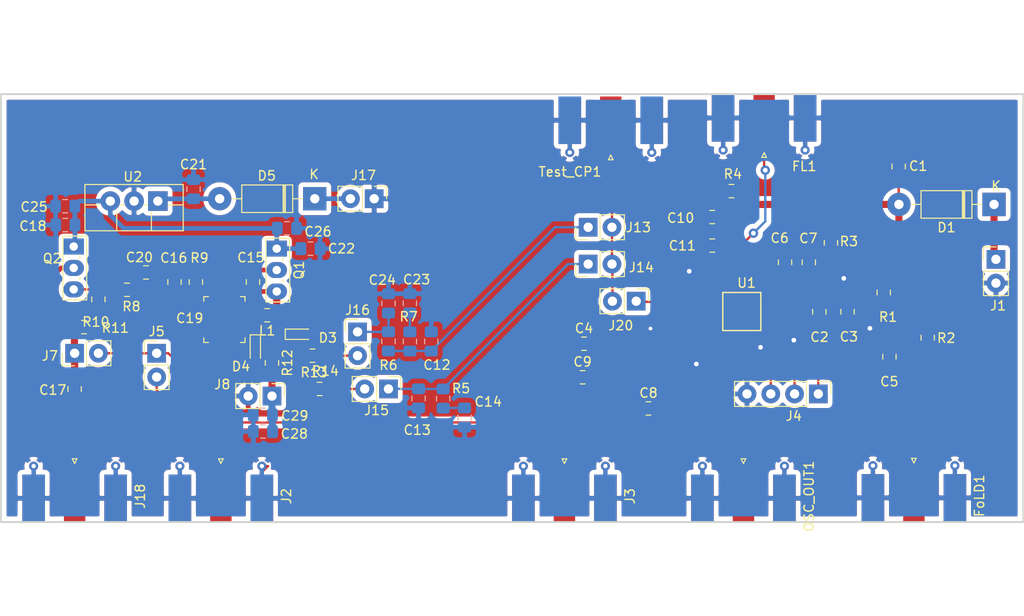
<source format=kicad_pcb>
(kicad_pcb (version 20171130) (host pcbnew "(5.1.5-0-10_14)")
  (layers (0 F.Cu signal) (31 B.Cu signal) (34 B.Paste user) (35 F.Paste user) (36 B.SilkS user) (37 F.SilkS user) (38 B.Mask user) (39 F.Mask user) (44 Edge.Cuts user))
  (net 0 "")
  (net 1 GND)
  (net 2 "Net-(C4-Pad1)")
  (net 3 "Net-(C8-Pad1)")
  (net 4 "Net-(C9-Pad2)")
  (net 5 PLL_Power)
  (net 6 "Net-(C12-Pad2)")
  (net 7 "Net-(C15-Pad1)")
  (net 8 "Net-(C15-Pad2)")
  (net 9 8V)
  (net 10 "Net-(C20-Pad2)")
  (net 11 "Net-(C21-Pad1)")
  (net 12 "Net-(D1-Pad1)")
  (net 13 "Net-(D3-Pad1)")
  (net 14 "Net-(D5-Pad1)")
  (net 15 "Net-(J2-Pad1)")
  (net 16 "Net-(J13-Pad2)")
  (net 17 V_uC)
  (net 18 Vp)
  (net 19 Vcc)
  (net 20 CE)
  (net 21 F_IN)
  (net 22 OSC_IN)
  (net 23 CPo)
  (net 24 LE)
  (net 25 Data)
  (net 26 FL)
  (net 27 FoLD)
  (net 28 OSC_OUT)
  (net 29 Clock)
  (net 30 "Net-(C13-Pad1)")
  (net 31 "Net-(C14-Pad1)")
  (net 32 "Net-(C17-Pad2)")
  (net 33 "Net-(C17-Pad1)")
  (net 34 "Net-(Q2-Pad3)")
  (net 35 "Net-(C23-Pad1)")
  (net 36 "Net-(C24-Pad1)")
  (net 37 "Net-(J15-Pad2)")
  (net 38 "Net-(J16-Pad2)")
  (net 39 "Net-(C28-Pad2)")
  (module Capacitor_SMD:C_0805_2012Metric_Pad1.15x1.40mm_HandSolder (layer B.Cu) (at 106.7308 112.2426)
    (fp_text reference C28 (at 3.3528 0.254) (layer F.SilkS))
    (fp_text value 100pF)
    (pad 2 smd roundrect (at 1.025 0) (size 1.15 1.4) (layers B.Cu B.Paste B.Mask) (roundrect_rratio 0.217391) (net 39 "Net-(C28-Pad2)"))
    (pad 1 smd roundrect (at -1.025 0) (size 1.15 1.4) (layers B.Cu B.Paste B.Mask) (roundrect_rratio 0.217391) (net 1 GND))
  )
  (module Capacitor_SMD:C_0805_2012Metric_Pad1.15x1.40mm_HandSolder (layer B.Cu) (at 106.7218 110.4646)
    (fp_text reference C29 (at 3.4126 0.1016) (layer F.SilkS))
    (fp_text value 100nF)
    (pad 1 smd roundrect (at -1.025 0) (size 1.15 1.4) (layers B.Cu B.Paste B.Mask) (roundrect_rratio 0.217391) (net 1 GND))
    (pad 2 smd roundrect (at 1.025 0) (size 1.15 1.4) (layers B.Cu B.Paste B.Mask) (roundrect_rratio 0.217391) (net 39 "Net-(C28-Pad2)"))
  )
  (module Capacitor_SMD:C_0805_2012Metric_Pad1.15x1.40mm_HandSolder (layer B.Cu) (at 109.2925 90.5383 180)
    (fp_text reference C26 (at -3.3184 -0.3556 180) (layer F.SilkS))
    (fp_text value 100pF)
    (pad 2 smd roundrect (at 1.025 0 180) (size 1.15 1.4) (layers B.Cu B.Paste B.Mask) (roundrect_rratio 0.217391) (net 9 8V))
    (pad 1 smd roundrect (at -1.025 0 180) (size 1.15 1.4) (layers B.Cu B.Paste B.Mask) (roundrect_rratio 0.217391) (net 1 GND))
  )
  (module Capacitor_SMD:C_0805_2012Metric_Pad1.15x1.40mm_HandSolder (layer B.Cu) (at 85.6017 88.1761)
    (fp_text reference C25 (at -3.3184 0.0762) (layer F.SilkS))
    (fp_text value 100pF)
    (pad 1 smd roundrect (at -1.025 0) (size 1.15 1.4) (layers B.Cu B.Paste B.Mask) (roundrect_rratio 0.217391) (net 1 GND))
    (pad 2 smd roundrect (at 1.025 0) (size 1.15 1.4) (layers B.Cu B.Paste B.Mask) (roundrect_rratio 0.217391) (net 9 8V))
  )
  (module Resistor_SMD:R_0805_2012Metric_Pad1.15x1.40mm_HandSolder (layer F.Cu) (at 112.023 104.14 180)
    (fp_text reference R14 (at -1.3626 -1.6383 180) (layer F.SilkS))
    (fp_text value 0)
    (pad 2 smd roundrect (at 1.025 0 180) (size 1.15 1.4) (layers F.Cu F.Paste F.Mask) (roundrect_rratio 0.217391) (net 13 "Net-(D3-Pad1)"))
    (pad 1 smd roundrect (at -1.025 0 180) (size 1.15 1.4) (layers F.Cu F.Paste F.Mask) (roundrect_rratio 0.217391) (net 38 "Net-(J16-Pad2)"))
  )
  (module Resistor_SMD:R_0805_2012Metric_Pad1.15x1.40mm_HandSolder (layer F.Cu) (at 112.785 107.696 180)
    (fp_text reference R13 (at 0.5879 1.7653) (layer F.SilkS))
    (fp_text value 0)
    (pad 1 smd roundrect (at -1.025 0 180) (size 1.15 1.4) (layers F.Cu F.Paste F.Mask) (roundrect_rratio 0.217391) (net 37 "Net-(J15-Pad2)"))
    (pad 2 smd roundrect (at 1.025 0 180) (size 1.15 1.4) (layers F.Cu F.Paste F.Mask) (roundrect_rratio 0.217391) (net 13 "Net-(D3-Pad1)"))
  )
  (module Resistor_SMD:R_0805_2012Metric_Pad1.15x1.40mm_HandSolder (layer F.Cu) (at 89.154 98.1292 90)
    (fp_text reference R10 (at -2.4093 -0.2667) (layer F.SilkS))
    (fp_text value 100k)
    (pad 1 smd roundrect (at -1.025 0 90) (size 1.15 1.4) (layers F.Cu F.Paste F.Mask) (roundrect_rratio 0.217391) (net 1 GND))
    (pad 2 smd roundrect (at 1.025 0 90) (size 1.15 1.4) (layers F.Cu F.Paste F.Mask) (roundrect_rratio 0.217391) (net 34 "Net-(Q2-Pad3)"))
  )
  (module Resistor_SMD:R_0805_2012Metric_Pad1.15x1.40mm_HandSolder (layer F.Cu) (at 107.696 104.911 270)
    (fp_text reference R12 (at 0 -1.65 270) (layer F.SilkS))
    (fp_text value 1k)
    (pad 1 smd roundrect (at -1.025 0 270) (size 1.15 1.4) (layers F.Cu F.Paste F.Mask) (roundrect_rratio 0.217391) (net 13 "Net-(D3-Pad1)"))
    (pad 2 smd roundrect (at 1.025 0 270) (size 1.15 1.4) (layers F.Cu F.Paste F.Mask) (roundrect_rratio 0.217391) (net 39 "Net-(C28-Pad2)"))
  )
  (module Capacitor_SMD:C_0805_2012Metric_Pad1.15x1.40mm_HandSolder (layer B.Cu) (at 120.142 98.561 90)
    (fp_text reference C24 (at 2.4982 -0.6604 180) (layer F.SilkS))
    (fp_text value 220nF)
    (pad 2 smd roundrect (at 1.025 0 90) (size 1.15 1.4) (layers B.Cu B.Paste B.Mask) (roundrect_rratio 0.217391) (net 1 GND))
    (pad 1 smd roundrect (at -1.025 0 90) (size 1.15 1.4) (layers B.Cu B.Paste B.Mask) (roundrect_rratio 0.217391) (net 36 "Net-(C24-Pad1)"))
  )
  (module Capacitor_SMD:C_0805_2012Metric_Pad1.15x1.40mm_HandSolder (layer B.Cu) (at 122.428 98.543 90)
    (fp_text reference C23 (at 2.531 0.7239 180) (layer F.SilkS))
    (fp_text value 80nF)
    (pad 1 smd roundrect (at -1.025 0 90) (size 1.15 1.4) (layers B.Cu B.Paste B.Mask) (roundrect_rratio 0.217391) (net 35 "Net-(C23-Pad1)"))
    (pad 2 smd roundrect (at 1.025 0 90) (size 1.15 1.4) (layers B.Cu B.Paste B.Mask) (roundrect_rratio 0.217391) (net 1 GND))
  )
  (module Capacitor_SMD:C_Trimmer_Murata_TZB4-B (layer F.Cu) (at 102.616 100.282 270)
    (fp_text reference C19 (at -0.1425 3.7084) (layer F.SilkS))
    (fp_text value "TZB4Z100BA10R00 ")
    (pad 1 smd rect (at -3 0 270) (size 2 1.6) (layers F.Cu F.Paste F.Mask) (net 8 "Net-(C15-Pad2)"))
    (pad 2 smd rect (at 3 0 270) (size 2 1.6) (layers F.Cu F.Paste F.Mask) (net 1 GND))
  )
  (module Resistor_SMD:R_0805_2012Metric_Pad1.15x1.40mm_HandSolder (layer B.Cu) (at 122.428 102.625 270)
    (fp_text reference R7 (at -2.6453 0.127 180) (layer F.SilkS))
    (fp_text value 62k)
    (pad 1 smd roundrect (at -1.025 0 270) (size 1.15 1.4) (layers B.Cu B.Paste B.Mask) (roundrect_rratio 0.217391) (net 35 "Net-(C23-Pad1)"))
    (pad 2 smd roundrect (at 1.025 0 270) (size 1.15 1.4) (layers B.Cu B.Paste B.Mask) (roundrect_rratio 0.217391) (net 6 "Net-(C12-Pad2)"))
  )
  (module Resistor_SMD:R_0805_2012Metric_Pad1.15x1.40mm_HandSolder (layer F.Cu) (at 92.211 97.1042)
    (fp_text reference R8 (at 0.4736 1.7907) (layer F.SilkS))
    (fp_text value "1 Ohm")
    (pad 2 smd roundrect (at 1.025 0) (size 1.15 1.4) (layers F.Cu F.Paste F.Mask) (roundrect_rratio 0.217391) (net 10 "Net-(C20-Pad2)"))
    (pad 1 smd roundrect (at -1.025 0) (size 1.15 1.4) (layers F.Cu F.Paste F.Mask) (roundrect_rratio 0.217391) (net 34 "Net-(Q2-Pad3)"))
  )
  (module Capacitor_SMD:C_0805_2012Metric_Pad1.15x1.40mm_HandSolder (layer F.Cu) (at 86.614 107.705 270)
    (fp_text reference C17 (at 0.1053 2.3368) (layer F.SilkS))
    (fp_text value 100nF)
    (pad 2 smd roundrect (at 1.025 0 270) (size 1.15 1.4) (layers F.Cu F.Paste F.Mask) (roundrect_rratio 0.217391) (net 32 "Net-(C17-Pad2)"))
    (pad 1 smd roundrect (at -1.025 0 270) (size 1.15 1.4) (layers F.Cu F.Paste F.Mask) (roundrect_rratio 0.217391) (net 33 "Net-(C17-Pad1)"))
  )
  (module Capacitor_SMD:C_0805_2012Metric_Pad1.15x1.40mm_HandSolder (layer B.Cu) (at 128.27 110.753 270)
    (fp_text reference C14 (at -1.6854 -2.5273) (layer F.SilkS))
    (fp_text value C)
    (pad 1 smd roundrect (at -1.025 0 270) (size 1.15 1.4) (layers B.Cu B.Paste B.Mask) (roundrect_rratio 0.217391) (net 31 "Net-(C14-Pad1)"))
    (pad 2 smd roundrect (at 1.025 0 270) (size 1.15 1.4) (layers B.Cu B.Paste B.Mask) (roundrect_rratio 0.217391) (net 1 GND))
  )
  (module Package_TO_SOT_THT:TO-251-3_Vertical (layer F.Cu) (at 86.5124 92.4814 270)
    (fp_text reference Q2 (at 1.2827 2.2987) (layer F.SilkS))
    (fp_text value "2N5486 JFET")
    (pad 3 thru_hole oval (at 4.58 0 270) (size 1.7175 2.2) (drill 0.9) (layers *.Cu *.Mask) (net 34 "Net-(Q2-Pad3)"))
    (pad 2 thru_hole oval (at 2.29 0 270) (size 1.7175 2.2) (drill 0.9) (layers *.Cu *.Mask) (net 33 "Net-(C17-Pad1)"))
    (pad 1 thru_hole rect (at 0 0 270) (size 1.7175 2.2) (drill 0.9) (layers *.Cu *.Mask) (net 9 8V))
  )
  (module Package_TO_SOT_THT:TO-251-3_Vertical (layer F.Cu) (at 108.204 92.706 270)
    (fp_text reference Q1 (at 2.29 -2.39 270) (layer F.SilkS))
    (fp_text value "2N5486 JFET")
    (pad 1 thru_hole rect (at 0 0 270) (size 1.7 2.2) (drill 0.9) (layers *.Cu *.Mask) (net 9 8V))
    (pad 2 thru_hole oval (at 2.29 0 270) (size 1.7 2.2) (drill 0.9) (layers *.Cu *.Mask) (net 7 "Net-(C15-Pad1)"))
    (pad 3 thru_hole oval (at 4.58 0 270) (size 1.7 2.2) (drill 0.9) (layers *.Cu *.Mask) (net 8 "Net-(C15-Pad2)"))
  )
  (module Connector_Coaxial:SMA_Molex_73251-1153_EdgeMount_Horizontal (layer F.Cu) (at 176.276 117.6092 90)
    (fp_text reference FoLD1 (at -1.5 7 90) (layer F.SilkS))
    (fp_text value Conn_Coaxial)
    (pad 2 smd rect (at 1.27 4.38 90) (size 0.95 0.46) (layers B.Cu) (net 1 GND))
    (pad 2 smd rect (at 1.27 -4.38 90) (size 0.95 0.46) (layers B.Cu) (net 1 GND))
    (pad 2 smd rect (at 1.27 4.38 90) (size 0.95 0.46) (layers F.Cu) (net 1 GND))
    (pad 2 smd rect (at 1.27 -4.38 90) (size 0.95 0.46) (layers F.Cu) (net 1 GND))
    (pad 2 thru_hole circle (at 1.72 4.38 90) (size 0.97 0.97) (drill 0.46) (layers *.Cu) (net 1 GND))
    (pad 2 thru_hole circle (at 1.72 -4.38 90) (size 0.97 0.97) (drill 0.46) (layers *.Cu) (net 1 GND))
    (pad 2 smd rect (at -1.72 4.38 90) (size 5.08 2.42) (layers B.Cu B.Paste B.Mask) (net 1 GND))
    (pad 2 smd rect (at -1.72 -4.38 90) (size 5.08 2.42) (layers B.Cu B.Paste B.Mask) (net 1 GND))
    (pad 2 smd rect (at -1.72 4.38 90) (size 5.08 2.42) (layers F.Cu F.Paste F.Mask) (net 1 GND))
    (pad 2 smd rect (at -1.72 -4.38 90) (size 5.08 2.42) (layers F.Cu F.Paste F.Mask) (net 1 GND))
    (pad 1 smd rect (at -1.72 0 90) (size 5.08 2.29) (layers F.Cu F.Paste F.Mask) (net 27 FoLD))
  )
  (module Connector_Coaxial:SMA_Molex_73251-1153_EdgeMount_Horizontal (layer F.Cu) (at 160.274 80.46 270)
    (fp_text reference FL1 (at 3.45652 -4.28244) (layer F.SilkS))
    (fp_text value Conn_Coaxial)
    (pad 1 smd rect (at -1.72 0 270) (size 5.08 2.29) (layers F.Cu F.Paste F.Mask) (net 26 FL))
    (pad 2 smd rect (at -1.72 -4.38 270) (size 5.08 2.42) (layers F.Cu F.Paste F.Mask) (net 1 GND))
    (pad 2 smd rect (at -1.72 4.38 270) (size 5.08 2.42) (layers F.Cu F.Paste F.Mask) (net 1 GND))
    (pad 2 smd rect (at -1.72 -4.38 270) (size 5.08 2.42) (layers B.Cu B.Paste B.Mask) (net 1 GND))
    (pad 2 smd rect (at -1.72 4.38 270) (size 5.08 2.42) (layers B.Cu B.Paste B.Mask) (net 1 GND))
    (pad 2 thru_hole circle (at 1.72 -4.38 270) (size 0.97 0.97) (drill 0.46) (layers *.Cu) (net 1 GND))
    (pad 2 thru_hole circle (at 1.72 4.38 270) (size 0.97 0.97) (drill 0.46) (layers *.Cu) (net 1 GND))
    (pad 2 smd rect (at 1.27 -4.38 270) (size 0.95 0.46) (layers F.Cu) (net 1 GND))
    (pad 2 smd rect (at 1.27 4.38 270) (size 0.95 0.46) (layers F.Cu) (net 1 GND))
    (pad 2 smd rect (at 1.27 -4.38 270) (size 0.95 0.46) (layers B.Cu) (net 1 GND))
    (pad 2 smd rect (at 1.27 4.38 270) (size 0.95 0.46) (layers B.Cu) (net 1 GND))
  )
  (module Connector_Coaxial:SMA_Molex_73251-1153_EdgeMount_Horizontal (layer F.Cu) (at 143.891 80.714 270)
    (fp_text reference Test_CP1 (at 3.78672 4.35356) (layer F.SilkS))
    (fp_text value Conn_Coaxial)
    (pad 2 smd rect (at 1.27 4.38 270) (size 0.95 0.46) (layers B.Cu) (net 1 GND))
    (pad 2 smd rect (at 1.27 -4.38 270) (size 0.95 0.46) (layers B.Cu) (net 1 GND))
    (pad 2 smd rect (at 1.27 4.38 270) (size 0.95 0.46) (layers F.Cu) (net 1 GND))
    (pad 2 smd rect (at 1.27 -4.38 270) (size 0.95 0.46) (layers F.Cu) (net 1 GND))
    (pad 2 thru_hole circle (at 1.72 4.38 270) (size 0.97 0.97) (drill 0.46) (layers *.Cu) (net 1 GND))
    (pad 2 thru_hole circle (at 1.72 -4.38 270) (size 0.97 0.97) (drill 0.46) (layers *.Cu) (net 1 GND))
    (pad 2 smd rect (at -1.72 4.38 270) (size 5.08 2.42) (layers B.Cu B.Paste B.Mask) (net 1 GND))
    (pad 2 smd rect (at -1.72 -4.38 270) (size 5.08 2.42) (layers B.Cu B.Paste B.Mask) (net 1 GND))
    (pad 2 smd rect (at -1.72 4.38 270) (size 5.08 2.42) (layers F.Cu F.Paste F.Mask) (net 1 GND))
    (pad 2 smd rect (at -1.72 -4.38 270) (size 5.08 2.42) (layers F.Cu F.Paste F.Mask) (net 1 GND))
    (pad 1 smd rect (at -1.72 0 270) (size 5.08 2.29) (layers F.Cu F.Paste F.Mask) (net 16 "Net-(J13-Pad2)"))
  )
  (module Connector_Coaxial:SMA_Molex_73251-1153_EdgeMount_Horizontal (layer F.Cu) (at 158.0642 117.66 90)
    (fp_text reference OSC_OUT1 (at -1.5 7 90) (layer F.SilkS))
    (fp_text value Conn_Coaxial)
    (pad 1 smd rect (at -1.72 0 90) (size 5.08 2.29) (layers F.Cu F.Paste F.Mask) (net 28 OSC_OUT))
    (pad 2 smd rect (at -1.72 -4.38 90) (size 5.08 2.42) (layers F.Cu F.Paste F.Mask) (net 1 GND))
    (pad 2 smd rect (at -1.72 4.38 90) (size 5.08 2.42) (layers F.Cu F.Paste F.Mask) (net 1 GND))
    (pad 2 smd rect (at -1.72 -4.38 90) (size 5.08 2.42) (layers B.Cu B.Paste B.Mask) (net 1 GND))
    (pad 2 smd rect (at -1.72 4.38 90) (size 5.08 2.42) (layers B.Cu B.Paste B.Mask) (net 1 GND))
    (pad 2 thru_hole circle (at 1.72 -4.38 90) (size 0.97 0.97) (drill 0.46) (layers *.Cu) (net 1 GND))
    (pad 2 thru_hole circle (at 1.72 4.38 90) (size 0.97 0.97) (drill 0.46) (layers *.Cu) (net 1 GND))
    (pad 2 smd rect (at 1.27 -4.38 90) (size 0.95 0.46) (layers F.Cu) (net 1 GND))
    (pad 2 smd rect (at 1.27 4.38 90) (size 0.95 0.46) (layers F.Cu) (net 1 GND))
    (pad 2 smd rect (at 1.27 -4.38 90) (size 0.95 0.46) (layers B.Cu) (net 1 GND))
    (pad 2 smd rect (at 1.27 4.38 90) (size 0.95 0.46) (layers B.Cu) (net 1 GND))
  )
  (module Capacitor_SMD:C_0805_2012Metric_Pad1.15x1.40mm_HandSolder (layer F.Cu) (at 174.6504 83.9306 270)
    (fp_text reference C1 (at -0.04456 -2.0828) (layer F.SilkS))
    (fp_text value C)
    (pad 1 smd roundrect (at -1.025 0 270) (size 1.15 1.4) (layers F.Cu F.Paste F.Mask) (roundrect_rratio 0.217391) (net 1 GND))
    (pad 2 smd roundrect (at 1.025 0 270) (size 1.15 1.4) (layers F.Cu F.Paste F.Mask) (roundrect_rratio 0.217391) (net 5 PLL_Power))
  )
  (module Capacitor_SMD:C_0805_2012Metric_Pad1.15x1.40mm_HandSolder (layer F.Cu) (at 166.1668 99.45 90)
    (fp_text reference C2 (at -2.7088 0.02032 180) (layer F.SilkS))
    (fp_text value 100nF)
    (pad 1 smd roundrect (at -1.025 0 90) (size 1.15 1.4) (layers F.Cu F.Paste F.Mask) (roundrect_rratio 0.217391) (net 1 GND))
    (pad 2 smd roundrect (at 1.025 0 90) (size 1.15 1.4) (layers F.Cu F.Paste F.Mask) (roundrect_rratio 0.217391) (net 17 V_uC))
  )
  (module Capacitor_SMD:C_0805_2012Metric_Pad1.15x1.40mm_HandSolder (layer F.Cu) (at 169.1894 99.45 90)
    (fp_text reference C3 (at -2.67324 0.14224 180) (layer F.SilkS))
    (fp_text value 100pF)
    (pad 2 smd roundrect (at 1.025 0 90) (size 1.15 1.4) (layers F.Cu F.Paste F.Mask) (roundrect_rratio 0.217391) (net 17 V_uC))
    (pad 1 smd roundrect (at -1.025 0 90) (size 1.15 1.4) (layers F.Cu F.Paste F.Mask) (roundrect_rratio 0.217391) (net 1 GND))
  )
  (module Capacitor_SMD:C_0805_2012Metric_Pad1.15x1.40mm_HandSolder (layer F.Cu) (at 141.0298 102.87)
    (fp_text reference C4 (at 0 -1.65) (layer F.SilkS))
    (fp_text value 1000pF)
    (pad 2 smd roundrect (at 1.025 0) (size 1.15 1.4) (layers F.Cu F.Paste F.Mask) (roundrect_rratio 0.217391) (net 21 F_IN))
    (pad 1 smd roundrect (at -1.025 0) (size 1.15 1.4) (layers F.Cu F.Paste F.Mask) (roundrect_rratio 0.217391) (net 2 "Net-(C4-Pad1)"))
  )
  (module Capacitor_SMD:C_0805_2012Metric_Pad1.15x1.40mm_HandSolder (layer F.Cu) (at 173.6598 104.2506 90)
    (fp_text reference C5 (at -2.66308 -0.00508 180) (layer F.SilkS))
    (fp_text value 100nF)
    (pad 2 smd roundrect (at 1.025 0 90) (size 1.15 1.4) (layers F.Cu F.Paste F.Mask) (roundrect_rratio 0.217391) (net 20 CE))
    (pad 1 smd roundrect (at -1.025 0 90) (size 1.15 1.4) (layers F.Cu F.Paste F.Mask) (roundrect_rratio 0.217391) (net 1 GND))
  )
  (module Capacitor_SMD:C_0805_2012Metric_Pad1.15x1.40mm_HandSolder (layer F.Cu) (at 162.5092 94.1668 90)
    (fp_text reference C6 (at 2.5871 -0.5715 180) (layer F.SilkS))
    (fp_text value 100nF)
    (pad 1 smd roundrect (at -1.025 0 90) (size 1.15 1.4) (layers F.Cu F.Paste F.Mask) (roundrect_rratio 0.217391) (net 1 GND))
    (pad 2 smd roundrect (at 1.025 0 90) (size 1.15 1.4) (layers F.Cu F.Paste F.Mask) (roundrect_rratio 0.217391) (net 19 Vcc))
  )
  (module Capacitor_SMD:C_0805_2012Metric_Pad1.15x1.40mm_HandSolder (layer F.Cu) (at 165.0492 94.1668 90)
    (fp_text reference C7 (at 2.5617 -0.0508 180) (layer F.SilkS))
    (fp_text value 100pF)
    (pad 1 smd roundrect (at -1.025 0 90) (size 1.15 1.4) (layers F.Cu F.Paste F.Mask) (roundrect_rratio 0.217391) (net 1 GND))
    (pad 2 smd roundrect (at 1.025 0 90) (size 1.15 1.4) (layers F.Cu F.Paste F.Mask) (roundrect_rratio 0.217391) (net 19 Vcc))
  )
  (module Capacitor_SMD:C_0805_2012Metric_Pad1.15x1.40mm_HandSolder (layer F.Cu) (at 147.9206 109.7788)
    (fp_text reference C8 (at 0 -1.65) (layer F.SilkS))
    (fp_text value 1000pF)
    (pad 2 smd roundrect (at 1.025 0) (size 1.15 1.4) (layers F.Cu F.Paste F.Mask) (roundrect_rratio 0.217391) (net 22 OSC_IN))
    (pad 1 smd roundrect (at -1.025 0) (size 1.15 1.4) (layers F.Cu F.Paste F.Mask) (roundrect_rratio 0.217391) (net 3 "Net-(C8-Pad1)"))
  )
  (module Capacitor_SMD:C_0805_2012Metric_Pad1.15x1.40mm_HandSolder (layer F.Cu) (at 140.8774 106.4514)
    (fp_text reference C9 (at 0 -1.65) (layer F.SilkS))
    (fp_text value 100nF)
    (pad 2 smd roundrect (at 1.025 0) (size 1.15 1.4) (layers F.Cu F.Paste F.Mask) (roundrect_rratio 0.217391) (net 4 "Net-(C9-Pad2)"))
    (pad 1 smd roundrect (at -1.025 0) (size 1.15 1.4) (layers F.Cu F.Paste F.Mask) (roundrect_rratio 0.217391) (net 1 GND))
  )
  (module Capacitor_SMD:C_0805_2012Metric_Pad1.15x1.40mm_HandSolder (layer F.Cu) (at 154.7278 89.3318)
    (fp_text reference C10 (at -3.3692 0.1016) (layer F.SilkS))
    (fp_text value 100nF)
    (pad 2 smd roundrect (at 1.025 0) (size 1.15 1.4) (layers F.Cu F.Paste F.Mask) (roundrect_rratio 0.217391) (net 18 Vp))
    (pad 1 smd roundrect (at -1.025 0) (size 1.15 1.4) (layers F.Cu F.Paste F.Mask) (roundrect_rratio 0.217391) (net 1 GND))
  )
  (module Capacitor_SMD:C_0805_2012Metric_Pad1.15x1.40mm_HandSolder (layer F.Cu) (at 154.7278 92.3798)
    (fp_text reference C11 (at -3.1914 0.0127) (layer F.SilkS))
    (fp_text value 100pF)
    (pad 1 smd roundrect (at -1.025 0) (size 1.15 1.4) (layers F.Cu F.Paste F.Mask) (roundrect_rratio 0.217391) (net 1 GND))
    (pad 2 smd roundrect (at 1.025 0) (size 1.15 1.4) (layers F.Cu F.Paste F.Mask) (roundrect_rratio 0.217391) (net 18 Vp))
  )
  (module Capacitor_SMD:C_0805_2012Metric_Pad1.15x1.40mm_HandSolder (layer B.Cu) (at 124.714 102.625 270)
    (fp_text reference C12 (at 2.5056 -0.6096) (layer F.SilkS))
    (fp_text value 12nF)
    (pad 2 smd roundrect (at 1.025 0 270) (size 1.15 1.4) (layers B.Cu B.Paste B.Mask) (roundrect_rratio 0.217391) (net 6 "Net-(C12-Pad2)"))
    (pad 1 smd roundrect (at -1.025 0 270) (size 1.15 1.4) (layers B.Cu B.Paste B.Mask) (roundrect_rratio 0.217391) (net 1 GND))
  )
  (module Capacitor_SMD:C_0805_2012Metric_Pad1.15x1.40mm_HandSolder (layer B.Cu) (at 123.3551 108.7083 270)
    (fp_text reference C13 (at 3.3819 0.1397) (layer F.SilkS))
    (fp_text value C)
    (pad 2 smd roundrect (at 1.025 0 270) (size 1.15 1.4) (layers B.Cu B.Paste B.Mask) (roundrect_rratio 0.217391) (net 1 GND))
    (pad 1 smd roundrect (at -1.025 0 270) (size 1.15 1.4) (layers B.Cu B.Paste B.Mask) (roundrect_rratio 0.217391) (net 30 "Net-(C13-Pad1)"))
  )
  (module Capacitor_SMD:C_0805_2012Metric_Pad1.15x1.40mm_HandSolder (layer F.Cu) (at 105.664 96.275 270)
    (fp_text reference C15 (at -2.6125 0.2286) (layer F.SilkS))
    (fp_text value 22pF)
    (pad 1 smd roundrect (at -1.025 0 270) (size 1.15 1.4) (layers F.Cu F.Paste F.Mask) (roundrect_rratio 0.217391) (net 7 "Net-(C15-Pad1)"))
    (pad 2 smd roundrect (at 1.025 0 270) (size 1.15 1.4) (layers F.Cu F.Paste F.Mask) (roundrect_rratio 0.217391) (net 8 "Net-(C15-Pad2)"))
  )
  (module Capacitor_SMD:C_0805_2012Metric_Pad1.15x1.40mm_HandSolder (layer F.Cu) (at 97.282 96.275 90)
    (fp_text reference C16 (at 2.5744 -0.0762 180) (layer F.SilkS))
    (fp_text value 47pF)
    (pad 2 smd roundrect (at 1.025 0 90) (size 1.15 1.4) (layers F.Cu F.Paste F.Mask) (roundrect_rratio 0.217391) (net 7 "Net-(C15-Pad1)"))
    (pad 1 smd roundrect (at -1.025 0 90) (size 1.15 1.4) (layers F.Cu F.Paste F.Mask) (roundrect_rratio 0.217391) (net 1 GND))
  )
  (module Capacitor_SMD:C_0805_2012Metric_Pad1.15x1.40mm_HandSolder (layer B.Cu) (at 85.6197 90.1827)
    (fp_text reference C18 (at -3.4634 0.1143) (layer F.SilkS))
    (fp_text value 100nF)
    (pad 1 smd roundrect (at -1.025 0) (size 1.15 1.4) (layers B.Cu B.Paste B.Mask) (roundrect_rratio 0.217391) (net 1 GND))
    (pad 2 smd roundrect (at 1.025 0) (size 1.15 1.4) (layers B.Cu B.Paste B.Mask) (roundrect_rratio 0.217391) (net 9 8V))
  )
  (module Capacitor_SMD:C_0805_2012Metric_Pad1.15x1.40mm_HandSolder (layer F.Cu) (at 94.243 95.25 180)
    (fp_text reference C20 (at 0.7075 1.6129 180) (layer F.SilkS))
    (fp_text value 10pF)
    (pad 1 smd roundrect (at -1.025 0 180) (size 1.15 1.4) (layers F.Cu F.Paste F.Mask) (roundrect_rratio 0.217391) (net 7 "Net-(C15-Pad1)"))
    (pad 2 smd roundrect (at 1.025 0 180) (size 1.15 1.4) (layers F.Cu F.Paste F.Mask) (roundrect_rratio 0.217391) (net 10 "Net-(C20-Pad2)"))
  )
  (module Capacitor_SMD:C_0805_2012Metric_Pad1.15x1.40mm_HandSolder (layer B.Cu) (at 99.314 86.36 90)
    (fp_text reference C21 (at 2.6416 0) (layer F.SilkS))
    (fp_text value 100nF)
    (pad 1 smd roundrect (at -1.025 0 90) (size 1.15 1.4) (layers B.Cu B.Paste B.Mask) (roundrect_rratio 0.217391) (net 11 "Net-(C21-Pad1)"))
    (pad 2 smd roundrect (at 1.025 0 90) (size 1.15 1.4) (layers B.Cu B.Paste B.Mask) (roundrect_rratio 0.217391) (net 1 GND))
  )
  (module Capacitor_SMD:C_0805_2012Metric_Pad1.15x1.40mm_HandSolder (layer B.Cu) (at 111.8071 92.71 180)
    (fp_text reference C22 (at -3.3184 0 180) (layer F.SilkS))
    (fp_text value 100nF)
    (pad 1 smd roundrect (at -1.025 0 180) (size 1.15 1.4) (layers B.Cu B.Paste B.Mask) (roundrect_rratio 0.217391) (net 1 GND))
    (pad 2 smd roundrect (at 1.025 0 180) (size 1.15 1.4) (layers B.Cu B.Paste B.Mask) (roundrect_rratio 0.217391) (net 9 8V))
  )
  (module Diode_THT:D_DO-41_SOD81_P10.16mm_Horizontal (layer F.Cu) (at 184.8358 87.9856 180)
    (fp_text reference D1 (at 5.08 -2.47 180) (layer F.SilkS))
    (fp_text value DIODE)
    (fp_text user K (at -0.21336 1.9812 180) (layer F.SilkS))
    (pad 1 thru_hole rect (at 0 0 180) (size 2.5 2.5) (drill 1) (layers *.Cu *.Mask) (net 12 "Net-(D1-Pad1)"))
    (pad 2 thru_hole oval (at 10.16 0 180) (size 2.5 2.5) (drill 1) (layers *.Cu *.Mask) (net 5 PLL_Power))
  )
  (module Diode_SMD:D_SC-80_HandSoldering (layer F.Cu) (at 110.914 101.854)
    (fp_text reference D3 (at 2.751 0.381) (layer F.SilkS))
    (fp_text value ???)
    (pad 1 smd rect (at -1.1 0) (size 1.1 0.6) (layers F.Cu F.Paste F.Mask) (net 13 "Net-(D3-Pad1)"))
    (pad 2 smd rect (at 1.1 0) (size 1.1 0.6) (layers F.Cu F.Paste F.Mask) (net 8 "Net-(C15-Pad2)"))
  )
  (module Diode_SMD:D_SC-80_HandSoldering (layer F.Cu) (at 105.918 103.716 270)
    (fp_text reference D4 (at 1.5797 1.5367) (layer F.SilkS))
    (fp_text value ???)
    (pad 2 smd rect (at 1.1 0 270) (size 1.1 0.6) (layers F.Cu F.Paste F.Mask) (net 1 GND))
    (pad 1 smd rect (at -1.1 0 270) (size 1.1 0.6) (layers F.Cu F.Paste F.Mask) (net 13 "Net-(D3-Pad1)"))
  )
  (module Diode_THT:D_DO-41_SOD81_P10.16mm_Horizontal (layer F.Cu) (at 112.268 87.376 180)
    (fp_text reference D5 (at 5.1308 2.4511 180) (layer F.SilkS))
    (fp_text value DIODE)
    (fp_text user K (at 0.0762 2.6035 180) (layer F.SilkS))
    (pad 2 thru_hole oval (at 10.16 0 180) (size 2.5 2.5) (drill 1) (layers *.Cu *.Mask) (net 11 "Net-(C21-Pad1)"))
    (pad 1 thru_hole rect (at 0 0 180) (size 2.5 2.5) (drill 1) (layers *.Cu *.Mask) (net 14 "Net-(D5-Pad1)"))
  )
  (module Connector_PinHeader_2.54mm:PinHeader_1x02_P2.54mm_Vertical (layer F.Cu) (at 185.039 93.853)
    (fp_text reference J1 (at 0.2286 4.94792) (layer F.SilkS))
    (fp_text value Conn_01x02_Male)
    (pad 2 thru_hole oval (at 0 2.54) (size 2 2) (drill 1) (layers *.Cu *.Mask) (net 1 GND))
    (pad 1 thru_hole rect (at 0 0) (size 2 2) (drill 1) (layers *.Cu *.Mask) (net 12 "Net-(D1-Pad1)"))
  )
  (module Connector_Coaxial:SMA_Molex_73251-1153_EdgeMount_Horizontal (layer F.Cu) (at 102.235 117.66 90)
    (fp_text reference J2 (at -1.5 7 90) (layer F.SilkS))
    (fp_text value Conn_Coaxial)
    (pad 2 smd rect (at 1.27 4.38 90) (size 0.95 0.46) (layers B.Cu) (net 1 GND))
    (pad 2 smd rect (at 1.27 -4.38 90) (size 0.95 0.46) (layers B.Cu) (net 1 GND))
    (pad 2 smd rect (at 1.27 4.38 90) (size 0.95 0.46) (layers F.Cu) (net 1 GND))
    (pad 2 smd rect (at 1.27 -4.38 90) (size 0.95 0.46) (layers F.Cu) (net 1 GND))
    (pad 2 thru_hole circle (at 1.72 4.38 90) (size 0.97 0.97) (drill 0.46) (layers *.Cu) (net 1 GND))
    (pad 2 thru_hole circle (at 1.72 -4.38 90) (size 0.97 0.97) (drill 0.46) (layers *.Cu) (net 1 GND))
    (pad 2 smd rect (at -1.72 4.38 90) (size 5.08 2.42) (layers B.Cu B.Paste B.Mask) (net 1 GND))
    (pad 2 smd rect (at -1.72 -4.38 90) (size 5.08 2.42) (layers B.Cu B.Paste B.Mask) (net 1 GND))
    (pad 2 smd rect (at -1.72 4.38 90) (size 5.08 2.42) (layers F.Cu F.Paste F.Mask) (net 1 GND))
    (pad 2 smd rect (at -1.72 -4.38 90) (size 5.08 2.42) (layers F.Cu F.Paste F.Mask) (net 1 GND))
    (pad 1 smd rect (at -1.72 0 90) (size 5.08 2.29) (layers F.Cu F.Paste F.Mask) (net 15 "Net-(J2-Pad1)"))
  )
  (module Connector_Coaxial:SMA_Molex_73251-1153_EdgeMount_Horizontal (layer F.Cu) (at 138.938 117.66 90)
    (fp_text reference J3 (at -1.5 7 90) (layer F.SilkS))
    (fp_text value Conn_Coaxial)
    (pad 1 smd rect (at -1.72 0 90) (size 5.08 2.29) (layers F.Cu F.Paste F.Mask) (net 3 "Net-(C8-Pad1)"))
    (pad 2 smd rect (at -1.72 -4.38 90) (size 5.08 2.42) (layers F.Cu F.Paste F.Mask) (net 1 GND))
    (pad 2 smd rect (at -1.72 4.38 90) (size 5.08 2.42) (layers F.Cu F.Paste F.Mask) (net 1 GND))
    (pad 2 smd rect (at -1.72 -4.38 90) (size 5.08 2.42) (layers B.Cu B.Paste B.Mask) (net 1 GND))
    (pad 2 smd rect (at -1.72 4.38 90) (size 5.08 2.42) (layers B.Cu B.Paste B.Mask) (net 1 GND))
    (pad 2 thru_hole circle (at 1.72 -4.38 90) (size 0.97 0.97) (drill 0.46) (layers *.Cu) (net 1 GND))
    (pad 2 thru_hole circle (at 1.72 4.38 90) (size 0.97 0.97) (drill 0.46) (layers *.Cu) (net 1 GND))
    (pad 2 smd rect (at 1.27 -4.38 90) (size 0.95 0.46) (layers F.Cu) (net 1 GND))
    (pad 2 smd rect (at 1.27 4.38 90) (size 0.95 0.46) (layers F.Cu) (net 1 GND))
    (pad 2 smd rect (at 1.27 -4.38 90) (size 0.95 0.46) (layers B.Cu) (net 1 GND))
    (pad 2 smd rect (at 1.27 4.38 90) (size 0.95 0.46) (layers B.Cu) (net 1 GND))
  )
  (module Connector_PinHeader_2.54mm:PinHeader_1x04_P2.54mm_Vertical (layer F.Cu) (at 166.0652 108.2294 270)
    (fp_text reference J4 (at 2.3622 2.62128) (layer F.SilkS))
    (fp_text value Conn_01x04_Male)
    (pad 1 thru_hole rect (at 0 0 270) (size 2 2) (drill 1) (layers *.Cu *.Mask) (net 24 LE))
    (pad 2 thru_hole oval (at 0 2.54 270) (size 2 2) (drill 1) (layers *.Cu *.Mask) (net 25 Data))
    (pad 3 thru_hole oval (at 0 5.08 270) (size 2 2) (drill 1) (layers *.Cu *.Mask) (net 29 Clock))
    (pad 4 thru_hole oval (at 0 7.62 270) (size 2 2) (drill 1) (layers *.Cu *.Mask) (net 1 GND))
  )
  (module Connector_PinHeader_2.54mm:PinHeader_1x02_P2.54mm_Vertical (layer F.Cu) (at 95.377 103.886)
    (fp_text reference J5 (at 0 -2.33) (layer F.SilkS))
    (fp_text value Conn_01x02_Male)
    (pad 1 thru_hole rect (at 0 0) (size 2 2) (drill 1) (layers *.Cu *.Mask) (net 2 "Net-(C4-Pad1)"))
    (pad 2 thru_hole oval (at 0 2.54) (size 2 2) (drill 1) (layers *.Cu *.Mask) (net 15 "Net-(J2-Pad1)"))
  )
  (module Connector_PinHeader_2.54mm:PinHeader_1x02_P2.54mm_Vertical (layer F.Cu) (at 86.614 103.886 90)
    (fp_text reference J7 (at -0.2794 -2.6416 180) (layer F.SilkS))
    (fp_text value Conn_01x02_Male)
    (pad 2 thru_hole oval (at 0 2.54 90) (size 2 2) (drill 1) (layers *.Cu *.Mask) (net 2 "Net-(C4-Pad1)"))
    (pad 1 thru_hole rect (at 0 0 90) (size 2 2) (drill 1) (layers *.Cu *.Mask) (net 33 "Net-(C17-Pad1)"))
  )
  (module Connector_PinHeader_2.54mm:PinHeader_1x02_P2.54mm_Vertical (layer F.Cu) (at 107.696 108.458 270)
    (fp_text reference J8 (at -1.2446 5.3086) (layer F.SilkS))
    (fp_text value Conn_01x02_Male)
    (pad 1 thru_hole rect (at 0 0 270) (size 2 2) (drill 1) (layers *.Cu *.Mask) (net 39 "Net-(C28-Pad2)"))
    (pad 2 thru_hole oval (at 0 2.54 270) (size 2 2) (drill 1) (layers *.Cu *.Mask) (net 1 GND))
  )
  (module Connector_PinHeader_2.54mm:PinHeader_1x02_P2.54mm_Vertical (layer F.Cu) (at 141.478 90.424 90)
    (fp_text reference J13 (at -0.02032 5.37464 180) (layer F.SilkS))
    (fp_text value Conn_01x02_Male)
    (pad 2 thru_hole oval (at 0 2.54 90) (size 2 2) (drill 1) (layers *.Cu *.Mask) (net 16 "Net-(J13-Pad2)"))
    (pad 1 thru_hole rect (at 0 0 90) (size 2 2) (drill 1) (layers *.Cu *.Mask) (net 6 "Net-(C12-Pad2)"))
  )
  (module Connector_PinHeader_2.54mm:PinHeader_1x02_P2.54mm_Vertical (layer F.Cu) (at 141.478 94.361 90)
    (fp_text reference J14 (at -0.3556 5.68452 180) (layer F.SilkS))
    (fp_text value Conn_01x02_Male)
    (pad 1 thru_hole rect (at 0 0 90) (size 2 2) (drill 1) (layers *.Cu *.Mask) (net 30 "Net-(C13-Pad1)"))
    (pad 2 thru_hole oval (at 0 2.54 90) (size 2 2) (drill 1) (layers *.Cu *.Mask) (net 16 "Net-(J13-Pad2)"))
  )
  (module Connector_PinHeader_2.54mm:PinHeader_1x02_P2.54mm_Vertical (layer F.Cu) (at 120.142 107.696 270)
    (fp_text reference J15 (at 2.286 1.27) (layer F.SilkS))
    (fp_text value Conn_01x02_Male)
    (pad 2 thru_hole oval (at 0 2.54 270) (size 2 2) (drill 1) (layers *.Cu *.Mask) (net 37 "Net-(J15-Pad2)"))
    (pad 1 thru_hole rect (at 0 0 270) (size 2 2) (drill 1) (layers *.Cu *.Mask) (net 30 "Net-(C13-Pad1)"))
  )
  (module Connector_PinHeader_2.54mm:PinHeader_1x02_P2.54mm_Vertical (layer F.Cu) (at 116.84 101.6)
    (fp_text reference J16 (at 0 -2.33) (layer F.SilkS))
    (fp_text value Conn_01x02_Male)
    (pad 1 thru_hole rect (at 0 0) (size 2 2) (drill 1) (layers *.Cu *.Mask) (net 36 "Net-(C24-Pad1)"))
    (pad 2 thru_hole oval (at 0 2.54) (size 2 2) (drill 1) (layers *.Cu *.Mask) (net 38 "Net-(J16-Pad2)"))
  )
  (module Connector_PinHeader_2.54mm:PinHeader_1x02_P2.54mm_Vertical (layer F.Cu) (at 118.618 87.376 270)
    (fp_text reference J17 (at -2.5019 1.143) (layer F.SilkS))
    (fp_text value Conn_01x02_Male)
    (pad 1 thru_hole rect (at 0 0 270) (size 2 2) (drill 1) (layers *.Cu *.Mask) (net 1 GND))
    (pad 2 thru_hole oval (at 0 2.54 270) (size 2 2) (drill 1) (layers *.Cu *.Mask) (net 14 "Net-(D5-Pad1)"))
  )
  (module Connector_Coaxial:SMA_Molex_73251-1153_EdgeMount_Horizontal (layer F.Cu) (at 86.614 117.66 90)
    (fp_text reference J18 (at -1.5 7 90) (layer F.SilkS))
    (fp_text value Conn_Coaxial)
    (pad 1 smd rect (at -1.72 0 90) (size 5.08 2.29) (layers F.Cu F.Paste F.Mask) (net 32 "Net-(C17-Pad2)"))
    (pad 2 smd rect (at -1.72 -4.38 90) (size 5.08 2.42) (layers F.Cu F.Paste F.Mask) (net 1 GND))
    (pad 2 smd rect (at -1.72 4.38 90) (size 5.08 2.42) (layers F.Cu F.Paste F.Mask) (net 1 GND))
    (pad 2 smd rect (at -1.72 -4.38 90) (size 5.08 2.42) (layers B.Cu B.Paste B.Mask) (net 1 GND))
    (pad 2 smd rect (at -1.72 4.38 90) (size 5.08 2.42) (layers B.Cu B.Paste B.Mask) (net 1 GND))
    (pad 2 thru_hole circle (at 1.72 -4.38 90) (size 0.97 0.97) (drill 0.46) (layers *.Cu) (net 1 GND))
    (pad 2 thru_hole circle (at 1.72 4.38 90) (size 0.97 0.97) (drill 0.46) (layers *.Cu) (net 1 GND))
    (pad 2 smd rect (at 1.27 -4.38 90) (size 0.95 0.46) (layers F.Cu) (net 1 GND))
    (pad 2 smd rect (at 1.27 4.38 90) (size 0.95 0.46) (layers F.Cu) (net 1 GND))
    (pad 2 smd rect (at 1.27 -4.38 90) (size 0.95 0.46) (layers B.Cu) (net 1 GND))
    (pad 2 smd rect (at 1.27 4.38 90) (size 0.95 0.46) (layers B.Cu) (net 1 GND))
  )
  (module Connector_PinHeader_2.54mm:PinHeader_1x02_P2.54mm_Vertical (layer F.Cu) (at 146.6088 98.3234 270)
    (fp_text reference J20 (at 2.60096 1.64592) (layer F.SilkS))
    (fp_text value Conn_01x02_Male)
    (pad 2 thru_hole oval (at 0 2.54 270) (size 2 2) (drill 1) (layers *.Cu *.Mask) (net 16 "Net-(J13-Pad2)"))
    (pad 1 thru_hole rect (at 0 0 270) (size 2 2) (drill 1) (layers *.Cu *.Mask) (net 23 CPo))
  )
  (module Inductor_SMD:L_0805_2012Metric_Pad1.15x1.40mm_HandSolder (layer F.Cu) (at 107.179 99.822 180)
    (fp_text reference L1 (at 0 -1.65 180) (layer F.SilkS))
    (fp_text value 680nH)
    (pad 2 smd roundrect (at 1.025 0 180) (size 1.15 1.4) (layers F.Cu F.Paste F.Mask) (roundrect_rratio 0.217391) (net 1 GND))
    (pad 1 smd roundrect (at -1.025 0 180) (size 1.15 1.4) (layers F.Cu F.Paste F.Mask) (roundrect_rratio 0.217391) (net 8 "Net-(C15-Pad2)"))
  )
  (module Resistor_SMD:R_0805_2012Metric_Pad1.15x1.40mm_HandSolder (layer F.Cu) (at 173.0502 97.3926 270)
    (fp_text reference R1 (at 2.62244 -0.46228) (layer F.SilkS))
    (fp_text value 18)
    (pad 1 smd roundrect (at -1.025 0 270) (size 1.15 1.4) (layers F.Cu F.Paste F.Mask) (roundrect_rratio 0.217391) (net 5 PLL_Power))
    (pad 2 smd roundrect (at 1.025 0 270) (size 1.15 1.4) (layers F.Cu F.Paste F.Mask) (roundrect_rratio 0.217391) (net 17 V_uC))
  )
  (module Resistor_SMD:R_0805_2012Metric_Pad1.15x1.40mm_HandSolder (layer F.Cu) (at 177.7492 102.2186 270)
    (fp_text reference R2 (at 0.04688 -1.9812) (layer F.SilkS))
    (fp_text value 10k)
    (pad 2 smd roundrect (at 1.025 0 270) (size 1.15 1.4) (layers F.Cu F.Paste F.Mask) (roundrect_rratio 0.217391) (net 20 CE))
    (pad 1 smd roundrect (at -1.025 0 270) (size 1.15 1.4) (layers F.Cu F.Paste F.Mask) (roundrect_rratio 0.217391) (net 5 PLL_Power))
  )
  (module Resistor_SMD:R_0805_2012Metric_Pad1.15x1.40mm_HandSolder (layer F.Cu) (at 167.4114 92.084 270)
    (fp_text reference R3 (at -0.1487 -1.9177) (layer F.SilkS))
    (fp_text value 18)
    (pad 2 smd roundrect (at 1.025 0 270) (size 1.15 1.4) (layers F.Cu F.Paste F.Mask) (roundrect_rratio 0.217391) (net 19 Vcc))
    (pad 1 smd roundrect (at -1.025 0 270) (size 1.15 1.4) (layers F.Cu F.Paste F.Mask) (roundrect_rratio 0.217391) (net 5 PLL_Power))
  )
  (module Resistor_SMD:R_0805_2012Metric_Pad1.15x1.40mm_HandSolder (layer F.Cu) (at 156.7852 86.5632 180)
    (fp_text reference R4 (at -0.1487 1.8161 180) (layer F.SilkS))
    (fp_text value 18)
    (pad 1 smd roundrect (at -1.025 0 180) (size 1.15 1.4) (layers F.Cu F.Paste F.Mask) (roundrect_rratio 0.217391) (net 5 PLL_Power))
    (pad 2 smd roundrect (at 1.025 0 180) (size 1.15 1.4) (layers F.Cu F.Paste F.Mask) (roundrect_rratio 0.217391) (net 18 Vp))
  )
  (module Resistor_SMD:R_0805_2012Metric_Pad1.15x1.40mm_HandSolder (layer B.Cu) (at 125.984 108.721 90)
    (fp_text reference R5 (at 1.0758 1.905 180) (layer F.SilkS))
    (fp_text value R)
    (pad 2 smd roundrect (at 1.025 0 90) (size 1.15 1.4) (layers B.Cu B.Paste B.Mask) (roundrect_rratio 0.217391) (net 30 "Net-(C13-Pad1)"))
    (pad 1 smd roundrect (at -1.025 0 90) (size 1.15 1.4) (layers B.Cu B.Paste B.Mask) (roundrect_rratio 0.217391) (net 31 "Net-(C14-Pad1)"))
  )
  (module Resistor_SMD:R_0805_2012Metric_Pad1.15x1.40mm_HandSolder (layer B.Cu) (at 120.142 102.616 270)
    (fp_text reference R6 (at 2.54 0) (layer F.SilkS))
    (fp_text value 1k)
    (pad 2 smd roundrect (at 1.025 0 270) (size 1.15 1.4) (layers B.Cu B.Paste B.Mask) (roundrect_rratio 0.217391) (net 6 "Net-(C12-Pad2)"))
    (pad 1 smd roundrect (at -1.025 0 270) (size 1.15 1.4) (layers B.Cu B.Paste B.Mask) (roundrect_rratio 0.217391) (net 36 "Net-(C24-Pad1)"))
  )
  (module Resistor_SMD:R_0805_2012Metric_Pad1.15x1.40mm_HandSolder (layer F.Cu) (at 99.568 96.275 270)
    (fp_text reference R9 (at -2.5744 -0.381) (layer F.SilkS))
    (fp_text value 1k)
    (pad 1 smd roundrect (at -1.025 0 270) (size 1.15 1.4) (layers F.Cu F.Paste F.Mask) (roundrect_rratio 0.217391) (net 7 "Net-(C15-Pad1)"))
    (pad 2 smd roundrect (at 1.025 0 270) (size 1.15 1.4) (layers F.Cu F.Paste F.Mask) (roundrect_rratio 0.217391) (net 1 GND))
  )
  (module Resistor_SMD:R_0805_2012Metric_Pad1.15x1.40mm_HandSolder (layer F.Cu) (at 87.621 101.092)
    (fp_text reference R11 (at 3.3364 0.0889) (layer F.SilkS))
    (fp_text value 1k)
    (pad 2 smd roundrect (at 1.025 0) (size 1.15 1.4) (layers F.Cu F.Paste F.Mask) (roundrect_rratio 0.217391) (net 1 GND))
    (pad 1 smd roundrect (at -1.025 0) (size 1.15 1.4) (layers F.Cu F.Paste F.Mask) (roundrect_rratio 0.217391) (net 33 "Net-(C17-Pad1)"))
  )
  (module Package_TO_SOT_THT:TO-220F-3_Vertical (layer F.Cu) (at 95.504 87.63 180)
    (fp_text reference U2 (at 2.6797 2.6035 180) (layer F.SilkS))
    (fp_text value L7808)
    (pad 1 thru_hole rect (at 0 0 180) (size 2.1 2.1) (drill 1) (layers *.Cu *.Mask) (net 11 "Net-(C21-Pad1)"))
    (pad 2 thru_hole oval (at 2.54 0 180) (size 2.1 2.1) (drill 1) (layers *.Cu *.Mask) (net 1 GND))
    (pad 3 thru_hole oval (at 5.08 0 180) (size 2.1 2.1) (drill 1) (layers *.Cu *.Mask) (net 9 8V))
  )
  (module LT:LMX231X (layer F.Cu) (at 158.4 95.87)
    (fp_text reference U1 (at 0 0.5) (layer F.SilkS))
    (fp_text value LMX231X)
    (pad 1 smd rect (at -2 2) (size 0.45 0.3) (layers F.Cu F.Paste F.Mask) (net 1 GND))
    (pad 2 smd rect (at -2 2.5) (size 0.45 0.3) (layers F.Cu F.Paste F.Mask) (net 23 CPo))
    (pad 3 smd rect (at -2 3) (size 0.45 0.3) (layers F.Cu F.Paste F.Mask) (net 1 GND))
    (pad 4 smd rect (at -2 3.5) (size 0.45 0.3) (layers F.Cu F.Paste F.Mask) (net 21 F_IN))
    (pad 5 smd rect (at -2 4) (size 0.45 0.3) (layers F.Cu F.Paste F.Mask) (net 4 "Net-(C9-Pad2)"))
    (pad 6 smd rect (at -2 4.5) (size 0.45 0.3) (layers F.Cu F.Paste F.Mask) (net 22 OSC_IN))
    (pad 7 smd rect (at -2 5) (size 0.45 0.3) (layers F.Cu F.Paste F.Mask) (net 1 GND))
    (pad 17 smd rect (at 0.95 2) (size 0.45 0.3) (layers F.Cu F.Paste F.Mask) (net 1 GND))
    (pad 16 smd rect (at 0.95 2.5) (size 0.45 0.3) (layers F.Cu F.Paste F.Mask) (net 17 V_uC))
    (pad 15 smd rect (at 0.95 3) (size 0.45 0.3) (layers F.Cu F.Paste F.Mask) (net 20 CE))
    (pad 14 smd rect (at 0.95 3.5) (size 0.45 0.3) (layers F.Cu F.Paste F.Mask) (net 1 GND))
    (pad 13 smd rect (at 0.95 4) (size 0.45 0.3) (layers F.Cu F.Paste F.Mask) (net 24 LE))
    (pad 12 smd rect (at 0.95 4.5) (size 0.45 0.3) (layers F.Cu F.Paste F.Mask) (net 25 Data))
    (pad 11 smd rect (at 0.95 5) (size 0.45 0.3) (layers F.Cu F.Paste F.Mask) (net 1 GND))
    (pad 19 smd rect (at -0.525 2.025 90) (size 0.45 0.3) (layers F.Cu F.Paste F.Mask) (net 26 FL))
    (pad 9 smd rect (at -0.525 4.975 90) (size 0.45 0.3) (layers F.Cu F.Paste F.Mask) (net 27 FoLD))
    (pad 20 smd rect (at -1.025 2.025 90) (size 0.45 0.3) (layers F.Cu F.Paste F.Mask) (net 18 Vp))
    (pad 18 smd rect (at -0.025 2.025 90) (size 0.45 0.3) (layers F.Cu F.Paste F.Mask) (net 19 Vcc))
    (pad 8 smd rect (at -1.025 4.975 90) (size 0.45 0.3) (layers F.Cu F.Paste F.Mask) (net 28 OSC_OUT))
    (pad 10 smd rect (at -0.025 4.975 90) (size 0.45 0.3) (layers F.Cu F.Paste F.Mask) (net 29 Clock))
  )
  (gr_line (start 187.96 76.2) (end 78.74 76.2) (layer Edge.Cuts) (width 0.2))
  (gr_line (start 187.96 121.92) (end 187.96 76.2) (layer Edge.Cuts) (width 0.2))
  (gr_line (start 78.74 121.92) (end 187.96 121.92) (layer Edge.Cuts) (width 0.2))
  (gr_line (start 78.74 76.2) (end 78.74 121.92) (layer Edge.Cuts) (width 0.2))
  (via (at 159.893 103.251) (size 0.8) (drill 0.5) (layers F.Cu B.Cu) (net 1))
  (segment (start 159.3596 102.7176) (end 159.893 103.251) (width 0.762) (layer F.Cu) (net 1))
  (segment (start 159.3596 100.8902) (end 159.3596 102.7176) (width 0.25) (layer F.Cu) (net 1))
  (via (at 168.783 95.885) (size 0.8) (drill 0.5) (layers F.Cu B.Cu) (net 1))
  (segment (start 159.3596 97.8902) (end 161.1898 97.8902) (width 0.25) (layer F.Cu) (net 1))
  (segment (start 161.1898 97.8902) (end 162.433 96.647) (width 0.25) (layer F.Cu) (net 1))
  (segment (start 168.021 96.647) (end 168.783 95.885) (width 0.762) (layer F.Cu) (net 1))
  (segment (start 162.433 96.647) (end 168.021 96.647) (width 0.25) (layer F.Cu) (net 1))
  (segment (start 156.3346 100.8902) (end 153.035 104.1898) (width 0.25) (layer F.Cu) (net 1))
  (segment (start 156.4096 100.8902) (end 156.3346 100.8902) (width 0.25) (layer F.Cu) (net 1))
  (segment (start 153.035 104.1898) (end 153.035 105.029) (width 0.762) (layer F.Cu) (net 1))
  (segment (start 155.9346 97.8902) (end 153.1674 95.123) (width 0.25) (layer F.Cu) (net 1))
  (segment (start 156.4096 97.8902) (end 155.9346 97.8902) (width 0.25) (layer F.Cu) (net 1))
  (segment (start 153.1674 95.123) (end 152.273 95.123) (width 0.762) (layer F.Cu) (net 1))
  (segment (start 160.60702 99.3902) (end 162.687 101.47018) (width 0.25) (layer F.Cu) (net 1))
  (segment (start 159.3596 99.3902) (end 160.60702 99.3902) (width 0.25) (layer F.Cu) (net 1))
  (segment (start 162.687 101.47018) (end 162.687 101.727) (width 0.25) (layer F.Cu) (net 1))
  (segment (start 162.687 101.727) (end 163.449 102.489) (width 0.762) (layer F.Cu) (net 1))
  (via (at 171.577 101.219) (size 0.8) (drill 0.5) (layers F.Cu B.Cu) (net 1))
  (segment (start 143.318 115.8384) (end 143.318 119.2784) (width 0.25) (layer F.Cu) (net 1))
  (segment (start 134.558 115.8384) (end 134.558 119.2784) (width 0.25) (layer F.Cu) (net 1))
  (segment (start 153.7096 115.8384) (end 153.7096 119.2784) (width 0.25) (layer F.Cu) (net 1))
  (segment (start 162.4696 115.8384) (end 162.4696 119.2784) (width 0.25) (layer F.Cu) (net 1))
  (segment (start 171.9468 115.7622) (end 171.9468 119.2022) (width 0.25) (layer F.Cu) (net 1))
  (segment (start 180.7068 115.7622) (end 180.7068 119.2022) (width 0.25) (layer F.Cu) (net 1))
  (via (at 152.273 95.123) (size 0.9) (drill 0.5) (layers F.Cu B.Cu) (net 1))
  (via (at 163.449 102.489) (size 0.8) (drill 0.5) (layers F.Cu B.Cu) (net 1))
  (via (at 153.035 105.029) (size 0.8) (drill 0.5) (layers F.Cu B.Cu) (net 1))
  (via (at 148.1328 101.2444) (size 0.8) (drill 0.4) (layers F.Cu B.Cu) (net 1))
  (segment (start 148.9202 100.457) (end 148.1328 101.2444) (width 0.762) (layer F.Cu) (net 1))
  (segment (start 149.0726 100.457) (end 148.9202 100.457) (width 0.25) (layer F.Cu) (net 1))
  (segment (start 150.5966 98.933) (end 149.0726 100.457) (width 0.25) (layer F.Cu) (net 1))
  (segment (start 152.14459 98.933) (end 150.5966 98.933) (width 0.25) (layer F.Cu) (net 1))
  (segment (start 156.4096 98.8902) (end 152.18739 98.8902) (width 0.25) (layer F.Cu) (net 1))
  (segment (start 152.18739 98.8902) (end 152.14459 98.933) (width 0.25) (layer F.Cu) (net 1))
  (segment (start 139.511 78.994) (end 139.511 82.434) (width 0.25) (layer F.Cu) (net 1))
  (segment (start 148.271 81.784) (end 148.271 82.434) (width 0.25) (layer F.Cu) (net 1))
  (segment (start 148.271 78.994) (end 148.271 81.784) (width 0.25) (layer F.Cu) (net 1))
  (segment (start 155.894 78.74) (end 155.894 82.18) (width 0.25) (layer F.Cu) (net 1))
  (segment (start 164.654 78.74) (end 164.654 82.18) (width 0.25) (layer F.Cu) (net 1))
  (segment (start 97.855 115.94) (end 97.855 119.38) (width 0.25) (layer F.Cu) (net 1))
  (segment (start 106.615 116.59) (end 106.615 119.38) (width 0.25) (layer F.Cu) (net 1))
  (segment (start 107.265 115.94) (end 106.615 116.59) (width 0.25) (layer F.Cu) (net 1))
  (segment (start 106.615 115.94) (end 107.265 115.94) (width 0.25) (layer F.Cu) (net 1))
  (segment (start 82.234 115.94) (end 82.234 119.38) (width 0.25) (layer F.Cu) (net 1))
  (segment (start 90.994 115.94) (end 90.994 119.38) (width 0.25) (layer F.Cu) (net 1))
  (segment (start 171.896 116.5392) (end 171.896 115.8892) (width 0.25) (layer F.Cu) (net 1))
  (segment (start 171.896 119.3292) (end 171.896 116.5392) (width 0.25) (layer F.Cu) (net 1))
  (segment (start 171.896 116.5392) (end 171.896 115.8892) (width 0.25) (layer B.Cu) (net 1))
  (segment (start 171.896 119.3292) (end 171.896 116.5392) (width 0.25) (layer B.Cu) (net 1))
  (segment (start 90.994 115.94) (end 90.994 119.38) (width 0.25) (layer B.Cu) (net 1))
  (segment (start 106.615 115.94) (end 106.615 119.38) (width 0.25) (layer B.Cu) (net 1))
  (segment (start 139.3298 102.87) (end 130.9224 111.2774) (width 0.25) (layer F.Cu) (net 2))
  (segment (start 140.0048 102.87) (end 139.3298 102.87) (width 0.25) (layer F.Cu) (net 2))
  (segment (start 96.627 103.886) (end 95.377 103.886) (width 0.25) (layer F.Cu) (net 2))
  (segment (start 104.0184 111.2774) (end 96.627 103.886) (width 0.25) (layer F.Cu) (net 2))
  (segment (start 130.9224 111.2774) (end 104.0184 111.2774) (width 0.25) (layer F.Cu) (net 2))
  (segment (start 89.154 103.886) (end 95.377 103.886) (width 0.25) (layer F.Cu) (net 2))
  (segment (start 146.8956 109.7788) (end 144.4752 109.7788) (width 0.25) (layer F.Cu) (net 3))
  (segment (start 138.938 115.316) (end 138.938 119.2784) (width 0.25) (layer F.Cu) (net 3))
  (segment (start 144.4752 109.7788) (end 138.938 115.316) (width 0.25) (layer F.Cu) (net 3))
  (segment (start 142.525772 107.074772) (end 141.9024 106.4514) (width 0.25) (layer F.Cu) (net 4))
  (segment (start 142.92741 107.47641) (end 142.525772 107.074772) (width 0.25) (layer F.Cu) (net 4))
  (segment (start 146.77759 107.47641) (end 142.92741 107.47641) (width 0.25) (layer F.Cu) (net 4))
  (segment (start 154.3638 99.8902) (end 146.77759 107.47641) (width 0.25) (layer F.Cu) (net 4))
  (segment (start 156.4096 99.8902) (end 154.3638 99.8902) (width 0.25) (layer F.Cu) (net 4))
  (segment (start 174.6758 94.742) (end 173.0502 96.3676) (width 0.762) (layer F.Cu) (net 5))
  (segment (start 174.6758 87.9856) (end 174.6758 94.742) (width 0.762) (layer F.Cu) (net 5))
  (segment (start 170.4848 87.9856) (end 167.4114 91.059) (width 0.762) (layer F.Cu) (net 5))
  (segment (start 174.6758 87.9856) (end 170.4848 87.9856) (width 0.762) (layer F.Cu) (net 5))
  (segment (start 159.2326 87.9856) (end 157.8102 86.5632) (width 0.762) (layer F.Cu) (net 5))
  (segment (start 170.4848 87.9856) (end 159.2326 87.9856) (width 0.762) (layer F.Cu) (net 5))
  (segment (start 174.6758 94.742) (end 174.6758 94.9198) (width 0.25) (layer F.Cu) (net 5))
  (segment (start 177.7492 97.9932) (end 177.7492 101.1936) (width 0.762) (layer F.Cu) (net 5))
  (segment (start 174.6758 94.9198) (end 177.7492 97.9932) (width 0.762) (layer F.Cu) (net 5))
  (segment (start 174.6504 87.9602) (end 174.6758 87.9856) (width 0.25) (layer F.Cu) (net 5))
  (segment (start 174.6504 84.9556) (end 174.6504 87.9602) (width 0.25) (layer F.Cu) (net 5))
  (segment (start 137.94 90.424) (end 124.714 103.65) (width 0.25) (layer B.Cu) (net 6))
  (segment (start 141.478 90.424) (end 137.94 90.424) (width 0.25) (layer B.Cu) (net 6))
  (segment (start 120.151 103.65) (end 120.142 103.641) (width 0.25) (layer B.Cu) (net 6))
  (segment (start 124.705 103.641) (end 124.714 103.65) (width 0.25) (layer B.Cu) (net 6))
  (segment (start 120.142 103.641) (end 124.705 103.641) (width 0.25) (layer B.Cu) (net 6))
  (segment (start 105.918 94.996) (end 105.664 95.25) (width 0.508) (layer F.Cu) (net 7))
  (segment (start 108.204 94.996) (end 105.918 94.996) (width 0.508) (layer F.Cu) (net 7))
  (segment (start 105.664 95.25) (end 99.568 95.25) (width 0.508) (layer F.Cu) (net 7))
  (segment (start 99.568 95.25) (end 97.282 95.25) (width 0.508) (layer F.Cu) (net 7))
  (segment (start 97.282 95.25) (end 95.268 95.25) (width 0.508) (layer F.Cu) (net 7))
  (segment (start 108.204 99.022) (end 108.204 97.286) (width 0.762) (layer F.Cu) (net 8))
  (segment (start 108.204 99.822) (end 108.204 99.022) (width 0.762) (layer F.Cu) (net 8))
  (segment (start 105.678 97.286) (end 105.664 97.3) (width 0.25) (layer F.Cu) (net 8))
  (segment (start 108.204 97.286) (end 105.678 97.286) (width 0.508) (layer F.Cu) (net 8))
  (segment (start 102.634 97.3) (end 102.616 97.282) (width 0.25) (layer F.Cu) (net 8))
  (segment (start 105.664 97.3) (end 102.634 97.3) (width 0.508) (layer F.Cu) (net 8))
  (segment (start 110.363 99.822) (end 110.49 99.695) (width 0.25) (layer F.Cu) (net 8))
  (segment (start 108.204 99.822) (end 110.363 99.822) (width 0.762) (layer F.Cu) (net 8))
  (segment (start 112.54 101.328) (end 112.014 101.854) (width 0.762) (layer F.Cu) (net 8))
  (segment (start 112.54 99.695) (end 112.54 101.328) (width 0.762) (layer F.Cu) (net 8))
  (segment (start 112.413 99.822) (end 112.54 99.695) (width 0.25) (layer F.Cu) (net 8))
  (segment (start 110.363 99.822) (end 112.413 99.822) (width 0.762) (layer F.Cu) (net 8))
  (segment (start 86.614 92.3798) (end 86.5124 92.4814) (width 0.25) (layer F.Cu) (net 9))
  (segment (start 110.7781 92.706) (end 110.7821 92.71) (width 0.25) (layer B.Cu) (net 9))
  (segment (start 108.204 92.706) (end 110.7781 92.706) (width 0.508) (layer B.Cu) (net 9))
  (segment (start 108.204 90.6018) (end 108.2675 90.5383) (width 0.25) (layer B.Cu) (net 9))
  (segment (start 108.204 92.706) (end 108.204 90.6018) (width 0.508) (layer B.Cu) (net 9))
  (segment (start 107.5925 90.5383) (end 108.2675 90.5383) (width 0.25) (layer B.Cu) (net 9))
  (segment (start 91.847376 90.5383) (end 107.5925 90.5383) (width 0.508) (layer B.Cu) (net 9))
  (segment (start 90.424 89.114924) (end 91.847376 90.5383) (width 0.508) (layer B.Cu) (net 9))
  (segment (start 90.424 87.63) (end 90.424 89.114924) (width 0.508) (layer B.Cu) (net 9))
  (segment (start 87.1728 87.63) (end 86.6267 88.1761) (width 0.25) (layer B.Cu) (net 9))
  (segment (start 90.424 87.63) (end 87.1728 87.63) (width 0.508) (layer B.Cu) (net 9))
  (segment (start 86.6267 90.1647) (end 86.6447 90.1827) (width 0.25) (layer B.Cu) (net 9))
  (segment (start 86.6267 88.1761) (end 86.6267 90.1647) (width 0.508) (layer B.Cu) (net 9))
  (segment (start 86.6447 92.3491) (end 86.5124 92.4814) (width 0.25) (layer B.Cu) (net 9))
  (segment (start 86.6447 90.1827) (end 86.6447 92.3491) (width 0.508) (layer B.Cu) (net 9))
  (segment (start 93.218 97.0862) (end 93.236 97.1042) (width 0.25) (layer F.Cu) (net 10))
  (segment (start 93.218 95.25) (end 93.218 97.0862) (width 0.508) (layer F.Cu) (net 10))
  (segment (start 99.323 87.376) (end 99.314 87.385) (width 0.25) (layer B.Cu) (net 11))
  (segment (start 102.108 87.376) (end 99.323 87.376) (width 0.508) (layer B.Cu) (net 11))
  (segment (start 95.749 87.385) (end 95.504 87.63) (width 0.25) (layer B.Cu) (net 11))
  (segment (start 99.314 87.385) (end 95.749 87.385) (width 0.508) (layer B.Cu) (net 11))
  (segment (start 184.8358 93.6498) (end 185.039 93.853) (width 0.25) (layer F.Cu) (net 12))
  (segment (start 184.8358 87.9856) (end 184.8358 93.6498) (width 0.762) (layer F.Cu) (net 12))
  (segment (start 111.76 104.902) (end 110.998 104.14) (width 0.762) (layer F.Cu) (net 13))
  (segment (start 110.064 101.854) (end 109.814 101.854) (width 0.25) (layer F.Cu) (net 13))
  (segment (start 105.918 102.366) (end 105.918 102.616) (width 0.25) (layer F.Cu) (net 13))
  (segment (start 109.728 101.854) (end 109.814 101.854) (width 0.25) (layer F.Cu) (net 13))
  (segment (start 106.468 102.616) (end 105.918 102.616) (width 0.762) (layer F.Cu) (net 13))
  (segment (start 107.696 103.886) (end 107.696 102.616) (width 0.762) (layer F.Cu) (net 13))
  (segment (start 107.696 102.616) (end 106.468 102.616) (width 0.762) (layer F.Cu) (net 13))
  (segment (start 108.458 101.854) (end 109.814 101.854) (width 0.762) (layer F.Cu) (net 13))
  (segment (start 107.696 102.616) (end 108.458 101.854) (width 0.762) (layer F.Cu) (net 13))
  (segment (start 110.998 104.14) (end 109.8042 102.9462) (width 0.762) (layer F.Cu) (net 13))
  (segment (start 109.814 102.9364) (end 109.814 101.854) (width 0.762) (layer F.Cu) (net 13))
  (segment (start 109.8042 102.9462) (end 109.814 102.9364) (width 0.25) (layer F.Cu) (net 13))
  (segment (start 111.76 107.696) (end 111.76 104.902) (width 0.762) (layer F.Cu) (net 13))
  (segment (start 114.663787 87.376) (end 112.268 87.376) (width 0.508) (layer B.Cu) (net 14))
  (segment (start 116.078 87.376) (end 114.663787 87.376) (width 0.508) (layer B.Cu) (net 14))
  (segment (start 102.235 116.59) (end 102.235 119.38) (width 0.25) (layer F.Cu) (net 15))
  (segment (start 102.235 114.698213) (end 102.235 116.59) (width 0.25) (layer F.Cu) (net 15))
  (segment (start 95.377 107.840213) (end 102.235 114.698213) (width 0.25) (layer F.Cu) (net 15))
  (segment (start 95.377 106.426) (end 95.377 107.840213) (width 0.25) (layer F.Cu) (net 15))
  (segment (start 144.0688 94.4118) (end 144.018 94.361) (width 0.25) (layer F.Cu) (net 16))
  (segment (start 144.0688 98.3234) (end 144.0688 94.4118) (width 0.25) (layer F.Cu) (net 16))
  (segment (start 144.018 92.946787) (end 144.018 90.424) (width 0.25) (layer F.Cu) (net 16))
  (segment (start 144.018 94.361) (end 144.018 92.946787) (width 0.25) (layer F.Cu) (net 16))
  (segment (start 144.018 79.121) (end 143.891 78.994) (width 0.25) (layer F.Cu) (net 16))
  (segment (start 144.018 90.424) (end 144.018 79.121) (width 0.25) (layer F.Cu) (net 16))
  (segment (start 166.132 98.3902) (end 166.1668 98.425) (width 0.25) (layer F.Cu) (net 17))
  (segment (start 159.3596 98.3902) (end 166.132 98.3902) (width 0.25) (layer F.Cu) (net 17))
  (segment (start 166.1668 98.425) (end 169.1894 98.425) (width 0.25) (layer F.Cu) (net 17))
  (segment (start 173.0428 98.425) (end 173.0502 98.4176) (width 0.25) (layer F.Cu) (net 17))
  (segment (start 169.1894 98.425) (end 173.0428 98.425) (width 0.25) (layer F.Cu) (net 17))
  (segment (start 157.3846 97.9152) (end 157.3846 96.1198) (width 0.25) (layer F.Cu) (net 18))
  (segment (start 155.7528 94.488) (end 155.7528 92.3798) (width 0.25) (layer F.Cu) (net 18))
  (segment (start 157.3846 96.1198) (end 155.7528 94.488) (width 0.25) (layer F.Cu) (net 18))
  (segment (start 155.7528 91.5798) (end 155.7528 89.3318) (width 0.25) (layer F.Cu) (net 18))
  (segment (start 155.7528 92.3798) (end 155.7528 91.5798) (width 0.25) (layer F.Cu) (net 18))
  (segment (start 155.7528 86.5706) (end 155.7602 86.5632) (width 0.25) (layer F.Cu) (net 18))
  (segment (start 155.7528 89.3318) (end 155.7528 86.5706) (width 0.25) (layer F.Cu) (net 18))
  (segment (start 158.3846 97.9152) (end 158.3846 95.8694) (width 0.25) (layer F.Cu) (net 19))
  (segment (start 161.1122 93.1418) (end 162.5092 93.1418) (width 0.25) (layer F.Cu) (net 19))
  (segment (start 158.3846 95.8694) (end 161.1122 93.1418) (width 0.25) (layer F.Cu) (net 19))
  (segment (start 163.3092 93.1418) (end 165.0492 93.1418) (width 0.25) (layer F.Cu) (net 19))
  (segment (start 162.5092 93.1418) (end 163.3092 93.1418) (width 0.25) (layer F.Cu) (net 19))
  (segment (start 167.3786 93.1418) (end 167.4114 93.109) (width 0.25) (layer F.Cu) (net 19))
  (segment (start 165.0492 93.1418) (end 167.3786 93.1418) (width 0.25) (layer F.Cu) (net 19))
  (segment (start 159.3596 98.8902) (end 161.1202 98.8902) (width 0.25) (layer F.Cu) (net 20))
  (segment (start 165.4556 103.2256) (end 173.6598 103.2256) (width 0.25) (layer F.Cu) (net 20))
  (segment (start 161.1202 98.8902) (end 165.4556 103.2256) (width 0.25) (layer F.Cu) (net 20))
  (segment (start 177.7312 103.2256) (end 177.7492 103.2436) (width 0.25) (layer F.Cu) (net 20))
  (segment (start 173.6598 103.2256) (end 177.7312 103.2256) (width 0.25) (layer F.Cu) (net 20))
  (segment (start 156.4096 99.3902) (end 152.3238 99.3902) (width 0.25) (layer F.Cu) (net 21))
  (segment (start 148.844 102.87) (end 142.0548 102.87) (width 0.25) (layer F.Cu) (net 21))
  (segment (start 152.3238 99.3902) (end 148.844 102.87) (width 0.25) (layer F.Cu) (net 21))
  (segment (start 156.4096 100.3902) (end 155.3878 100.3902) (width 0.25) (layer F.Cu) (net 22))
  (segment (start 148.9456 106.8324) (end 148.9456 109.7788) (width 0.25) (layer F.Cu) (net 22))
  (segment (start 155.3878 100.3902) (end 148.9456 106.8324) (width 0.25) (layer F.Cu) (net 22))
  (segment (start 146.6756 98.3902) (end 146.6088 98.3234) (width 0.25) (layer F.Cu) (net 23))
  (segment (start 156.4096 98.3902) (end 146.6756 98.3902) (width 0.25) (layer F.Cu) (net 23))
  (segment (start 166.0652 106.6292) (end 166.0652 108.2294) (width 0.25) (layer F.Cu) (net 24))
  (segment (start 161.671 102.235) (end 166.0652 106.6292) (width 0.25) (layer F.Cu) (net 24))
  (segment (start 161.671 101.09059) (end 161.671 102.235) (width 0.25) (layer F.Cu) (net 24))
  (segment (start 160.47061 99.8902) (end 161.671 101.09059) (width 0.25) (layer F.Cu) (net 24))
  (segment (start 159.3596 99.8902) (end 160.47061 99.8902) (width 0.25) (layer F.Cu) (net 24))
  (segment (start 163.5252 105.8672) (end 163.5252 108.2294) (width 0.25) (layer F.Cu) (net 25))
  (segment (start 160.909 103.251) (end 163.5252 105.8672) (width 0.25) (layer F.Cu) (net 25))
  (segment (start 160.909 100.965) (end 160.909 103.251) (width 0.25) (layer F.Cu) (net 25))
  (segment (start 160.343009 100.399009) (end 160.909 100.965) (width 0.25) (layer F.Cu) (net 25))
  (segment (start 159.3596 100.3902) (end 159.368409 100.399009) (width 0.25) (layer F.Cu) (net 25))
  (segment (start 159.368409 100.399009) (end 160.343009 100.399009) (width 0.25) (layer F.Cu) (net 25))
  (via (at 159.131 91.059) (size 1) (drill 0.5) (layers F.Cu B.Cu) (net 26))
  (segment (start 157.8846 92.3054) (end 159.131 91.059) (width 0.25) (layer F.Cu) (net 26))
  (segment (start 157.8846 97.9152) (end 157.8846 92.3054) (width 0.25) (layer F.Cu) (net 26))
  (via (at 160.401 84.328) (size 1) (drill 0.5) (layers F.Cu B.Cu) (net 26))
  (segment (start 160.274 84.201) (end 160.401 84.328) (width 0.25) (layer F.Cu) (net 26))
  (segment (start 160.274 78.74) (end 160.274 84.201) (width 0.25) (layer F.Cu) (net 26))
  (segment (start 160.401 89.789) (end 159.131 91.059) (width 0.25) (layer B.Cu) (net 26))
  (segment (start 160.401 84.328) (end 160.401 89.789) (width 0.25) (layer B.Cu) (net 26))
  (segment (start 157.8846 100.8652) (end 157.8846 103.2274) (width 0.25) (layer F.Cu) (net 27))
  (segment (start 157.8846 103.2274) (end 156.083 105.029) (width 0.25) (layer F.Cu) (net 27))
  (segment (start 156.083 105.029) (end 156.083 110.617) (width 0.25) (layer F.Cu) (net 27))
  (segment (start 156.083 110.617) (end 157.353 111.887) (width 0.25) (layer F.Cu) (net 27))
  (segment (start 157.353 111.887) (end 173.863 111.887) (width 0.25) (layer F.Cu) (net 27))
  (segment (start 176.3268 114.3508) (end 176.3268 119.2022) (width 0.25) (layer F.Cu) (net 27))
  (segment (start 173.863 111.887) (end 176.3268 114.3508) (width 0.25) (layer F.Cu) (net 27))
  (segment (start 157.3846 100.8652) (end 157.3846 101.4414) (width 0.25) (layer F.Cu) (net 28))
  (segment (start 157.3846 101.4414) (end 154.559 104.267) (width 0.25) (layer F.Cu) (net 28))
  (segment (start 154.559 104.267) (end 154.559 111.633) (width 0.25) (layer F.Cu) (net 28))
  (segment (start 154.559 111.633) (end 158.0896 115.1636) (width 0.25) (layer F.Cu) (net 28))
  (segment (start 158.0896 115.1636) (end 158.0896 119.2784) (width 0.25) (layer F.Cu) (net 28))
  (segment (start 158.3846 100.8652) (end 158.3846 103.2666) (width 0.25) (layer F.Cu) (net 29))
  (segment (start 160.9852 105.8672) (end 160.9852 108.2294) (width 0.25) (layer F.Cu) (net 29))
  (segment (start 158.3846 103.2666) (end 160.9852 105.8672) (width 0.25) (layer F.Cu) (net 29))
  (segment (start 139.319 94.361) (end 125.984 107.696) (width 0.25) (layer B.Cu) (net 30))
  (segment (start 141.478 94.361) (end 139.319 94.361) (width 0.25) (layer B.Cu) (net 30))
  (segment (start 123.3678 107.696) (end 123.3551 107.6833) (width 0.25) (layer B.Cu) (net 30))
  (segment (start 125.984 107.696) (end 123.3678 107.696) (width 0.25) (layer B.Cu) (net 30))
  (segment (start 120.1547 107.6833) (end 120.142 107.696) (width 0.25) (layer B.Cu) (net 30))
  (segment (start 123.3551 107.6833) (end 120.1547 107.6833) (width 0.25) (layer B.Cu) (net 30))
  (segment (start 126.002 109.728) (end 125.984 109.746) (width 0.25) (layer B.Cu) (net 31))
  (segment (start 128.27 109.728) (end 126.002 109.728) (width 0.25) (layer B.Cu) (net 31))
  (segment (start 86.614 108.73) (end 86.614 119.38) (width 0.762) (layer F.Cu) (net 32))
  (segment (start 85.1624 94.7714) (end 83.82 96.1138) (width 0.508) (layer F.Cu) (net 33))
  (segment (start 86.5124 94.7714) (end 85.1624 94.7714) (width 0.508) (layer F.Cu) (net 33))
  (segment (start 83.82 98.316) (end 86.596 101.092) (width 0.508) (layer F.Cu) (net 33))
  (segment (start 83.82 96.1138) (end 83.82 98.316) (width 0.508) (layer F.Cu) (net 33))
  (segment (start 86.596 103.868) (end 86.614 103.886) (width 0.25) (layer F.Cu) (net 33))
  (segment (start 86.596 101.092) (end 86.596 103.868) (width 0.762) (layer F.Cu) (net 33))
  (segment (start 86.614 105.136) (end 86.614 106.68) (width 0.762) (layer F.Cu) (net 33))
  (segment (start 86.614 103.886) (end 86.614 105.136) (width 0.762) (layer F.Cu) (net 33))
  (segment (start 86.5298 97.0788) (end 86.5124 97.0614) (width 0.25) (layer F.Cu) (net 34))
  (segment (start 86.5552 97.1042) (end 86.5124 97.0614) (width 0.25) (layer F.Cu) (net 34))
  (segment (start 91.1432 97.0614) (end 91.186 97.1042) (width 0.25) (layer F.Cu) (net 34))
  (segment (start 86.5124 97.0614) (end 91.1432 97.0614) (width 0.25) (layer F.Cu) (net 34))
  (segment (start 122.428 99.568) (end 122.428 101.6) (width 0.25) (layer B.Cu) (net 35))
  (segment (start 120.142 101.591) (end 120.142 99.586) (width 0.25) (layer B.Cu) (net 36))
  (segment (start 120.133 101.6) (end 120.142 101.591) (width 0.25) (layer B.Cu) (net 36))
  (segment (start 116.84 101.6) (end 120.133 101.6) (width 0.25) (layer B.Cu) (net 36))
  (segment (start 117.602 107.696) (end 116.187787 107.696) (width 0.25) (layer F.Cu) (net 37))
  (segment (start 113.81 107.696) (end 116.187787 107.696) (width 0.25) (layer F.Cu) (net 37))
  (segment (start 115.425787 104.14) (end 113.048 104.14) (width 0.25) (layer F.Cu) (net 38))
  (segment (start 116.84 104.14) (end 115.425787 104.14) (width 0.25) (layer F.Cu) (net 38))
  (segment (start 107.696 106.611) (end 107.696 108.458) (width 0.762) (layer F.Cu) (net 39))
  (segment (start 107.696 105.936) (end 107.696 106.611) (width 0.25) (layer F.Cu) (net 39))
  (segment (start 107.696 110.4138) (end 107.7468 110.4646) (width 0.25) (layer B.Cu) (net 39))
  (segment (start 107.696 108.458) (end 107.696 110.4138) (width 0.762) (layer B.Cu) (net 39))
  (segment (start 107.7468 112.2336) (end 107.7558 112.2426) (width 0.25) (layer B.Cu) (net 39))
  (segment (start 107.7468 110.4646) (end 107.7468 112.2336) (width 0.762) (layer B.Cu) (net 39))
  (zone (net 1) (net_name GND) (layer F.Cu) (connect_pads (clearance 0.508)) (min_thickness 0.254) (fill yes (arc_segments 16) (thermal_gap 0.508) (thermal_bridge_width 0.508))
    (polygon (pts (xy 78.74 76.2) (xy 78.74 121.92) (xy 187.96 121.92) (xy 187.96 76.2)))
  )
  (zone (net 1) (net_name GND) (layer B.Cu) (connect_pads (clearance 0.508)) (min_thickness 0.254) (fill yes (arc_segments 16) (thermal_gap 0.508) (thermal_bridge_width 0.508))
    (polygon (pts (xy 78.74 76.2) (xy 78.74 121.92) (xy 187.96 121.92) (xy 187.96 76.2)))
  )
)
</source>
